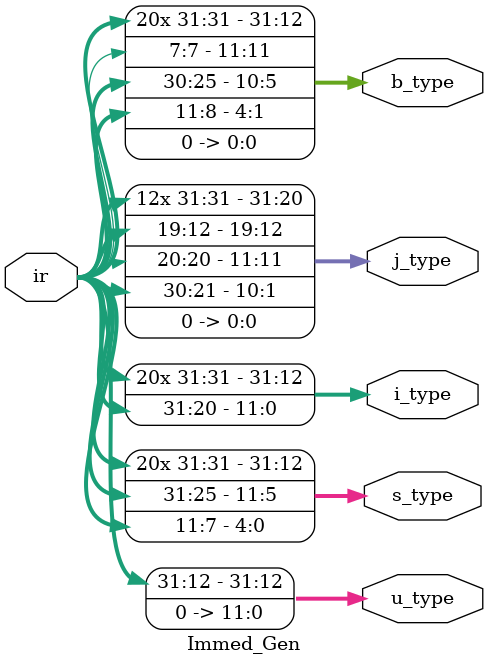
<source format=v>
`timescale 1ns / 1ps


module Immed_Gen(
    // immediate Generator inputs
    input wire [31:0] ir,
    
    //imed gen outputs
    output wire [31:0] u_type,
    output wire [31:0] s_type,
    output wire [31:0] i_type,
    output wire [31:0] j_type,
    output wire [31:0] b_type
    );
    // what determines the type of output the generator generates?
    
    // i_type instructions
    assign i_type = {{21{ir[31]}}, ir[30:20]};

    // s_type instructions
    assign s_type = {{21{ir[31]}}, ir[30:25], ir[11:7]};

    // b_type instructions
    assign b_type = {{20{ir[31]}},  ir[7], ir[30:25], ir[11:8], 1'b0};

    // u_type instructions
    assign u_type = {ir[31:12], 12'b0};

    // j_type instructions
    assign j_type = {{12{ir[31]}}, ir[19:12], ir[20], ir[30:21], 1'b0};

    
endmodule

</source>
